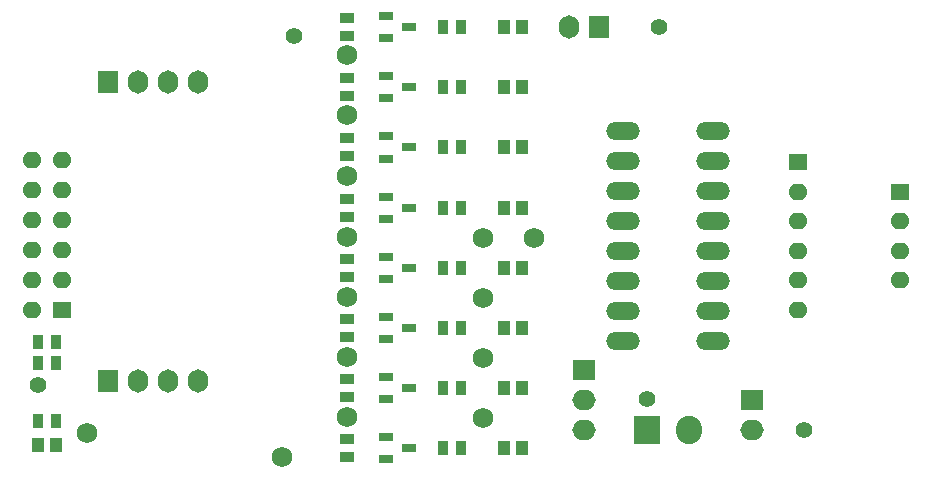
<source format=gts>
G04*
G04 #@! TF.GenerationSoftware,Altium Limited,Altium Designer,22.11.1 (43)*
G04*
G04 Layer_Color=8388736*
%FSLAX25Y25*%
%MOIN*%
G70*
G04*
G04 #@! TF.SameCoordinates,6D67B21A-DBE7-4323-B212-FBECE55DCE4B*
G04*
G04*
G04 #@! TF.FilePolarity,Negative*
G04*
G01*
G75*
%ADD20R,0.03950X0.04737*%
%ADD21R,0.03200X0.04800*%
%ADD22R,0.04737X0.03162*%
%ADD23R,0.04800X0.03200*%
%ADD24O,0.11200X0.06000*%
%ADD25O,0.06312X0.05524*%
%ADD26R,0.06312X0.05524*%
%ADD27C,0.05524*%
%ADD28O,0.07800X0.06800*%
%ADD29R,0.07800X0.06800*%
%ADD30O,0.08674X0.09461*%
%ADD31R,0.08674X0.09461*%
%ADD32O,0.06800X0.07800*%
%ADD33R,0.06800X0.07800*%
%ADD34C,0.06863*%
D20*
X168500Y148500D02*
D03*
X162500D02*
D03*
X168500Y108500D02*
D03*
X162500D02*
D03*
X168500Y88000D02*
D03*
X162500D02*
D03*
Y128500D02*
D03*
X168500D02*
D03*
Y68000D02*
D03*
X162500D02*
D03*
X168500Y28000D02*
D03*
X162500D02*
D03*
X168500Y48000D02*
D03*
X162500D02*
D03*
X168500Y8000D02*
D03*
X162500D02*
D03*
X7000Y9000D02*
D03*
X13000D02*
D03*
D21*
X142000Y108500D02*
D03*
X148000D02*
D03*
X142000Y88000D02*
D03*
X148000D02*
D03*
X142000Y28000D02*
D03*
X148000D02*
D03*
X142000Y8000D02*
D03*
X148000D02*
D03*
X142000Y68000D02*
D03*
X148000D02*
D03*
X142000Y48000D02*
D03*
X148000D02*
D03*
X142000Y148500D02*
D03*
X148000D02*
D03*
X142000Y128500D02*
D03*
X148000D02*
D03*
X7000Y43500D02*
D03*
X13000D02*
D03*
X7000Y36500D02*
D03*
X13000D02*
D03*
X7000Y17000D02*
D03*
X13000D02*
D03*
D22*
X123063Y71740D02*
D03*
Y64260D02*
D03*
X130937Y68000D02*
D03*
X123063Y51740D02*
D03*
Y44260D02*
D03*
X130937Y48000D02*
D03*
X123063Y31740D02*
D03*
Y24260D02*
D03*
X130937Y28000D02*
D03*
Y8000D02*
D03*
X123063Y4260D02*
D03*
Y11740D02*
D03*
X130937Y108260D02*
D03*
X123063Y104520D02*
D03*
Y112000D02*
D03*
X130937Y88000D02*
D03*
X123063Y84260D02*
D03*
Y91740D02*
D03*
Y152240D02*
D03*
Y144760D02*
D03*
X130937Y148500D02*
D03*
Y128500D02*
D03*
X123063Y124760D02*
D03*
Y132240D02*
D03*
D23*
X110000Y51000D02*
D03*
Y45000D02*
D03*
Y91000D02*
D03*
Y85000D02*
D03*
Y71000D02*
D03*
Y65000D02*
D03*
Y31000D02*
D03*
Y25000D02*
D03*
Y11000D02*
D03*
Y5000D02*
D03*
Y105260D02*
D03*
Y111260D02*
D03*
Y131500D02*
D03*
Y125500D02*
D03*
Y145500D02*
D03*
Y151500D02*
D03*
D24*
X202000Y43750D02*
D03*
Y53750D02*
D03*
Y63750D02*
D03*
Y73750D02*
D03*
Y83750D02*
D03*
Y93750D02*
D03*
Y103750D02*
D03*
Y113750D02*
D03*
X232000Y83750D02*
D03*
Y93750D02*
D03*
Y73750D02*
D03*
Y63750D02*
D03*
Y113750D02*
D03*
Y103750D02*
D03*
Y53750D02*
D03*
Y43750D02*
D03*
D25*
X294500Y63986D02*
D03*
Y73829D02*
D03*
Y83671D02*
D03*
X260500Y73829D02*
D03*
Y83671D02*
D03*
Y63986D02*
D03*
Y54144D02*
D03*
Y93514D02*
D03*
X5000Y54000D02*
D03*
X15000Y64000D02*
D03*
Y74000D02*
D03*
Y84000D02*
D03*
Y94000D02*
D03*
Y104000D02*
D03*
X5000Y64000D02*
D03*
Y74000D02*
D03*
Y84000D02*
D03*
Y94000D02*
D03*
Y104000D02*
D03*
D26*
X294500Y93514D02*
D03*
X260500Y103356D02*
D03*
X15000Y54000D02*
D03*
D27*
X262500Y14000D02*
D03*
X210000Y24500D02*
D03*
X214000Y148500D02*
D03*
X7000Y29000D02*
D03*
X92500Y145500D02*
D03*
D28*
X245000Y14000D02*
D03*
X189000Y24000D02*
D03*
Y14000D02*
D03*
D29*
X245000Y24000D02*
D03*
X189000Y34000D02*
D03*
D30*
X224000Y14000D02*
D03*
D31*
X210000D02*
D03*
D32*
X184000Y148500D02*
D03*
X40500Y30500D02*
D03*
X50500D02*
D03*
X60500D02*
D03*
Y130000D02*
D03*
X50500D02*
D03*
X40500D02*
D03*
D33*
X194000Y148500D02*
D03*
X30500Y30500D02*
D03*
Y130000D02*
D03*
D34*
X88500Y5000D02*
D03*
X23500Y13000D02*
D03*
X110000Y18500D02*
D03*
Y139000D02*
D03*
Y119000D02*
D03*
Y98760D02*
D03*
Y78500D02*
D03*
Y58500D02*
D03*
Y38500D02*
D03*
X172500Y78000D02*
D03*
X155500D02*
D03*
Y18000D02*
D03*
Y38000D02*
D03*
Y58000D02*
D03*
M02*

</source>
